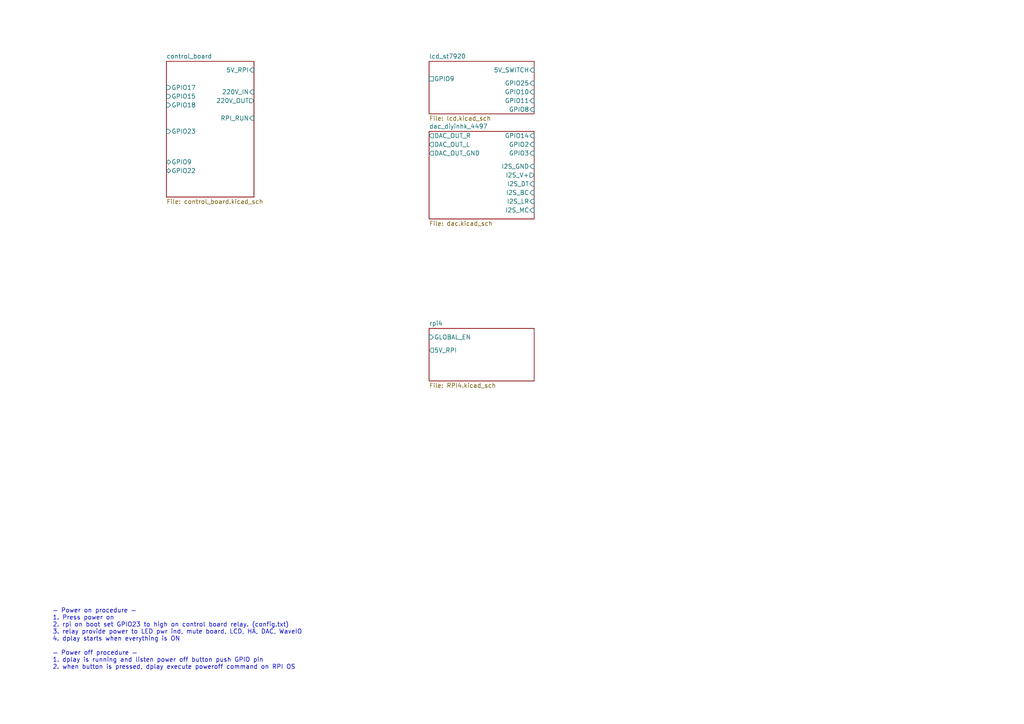
<source format=kicad_sch>
(kicad_sch (version 20230121) (generator eeschema)
  (paper "A4")
  (lib_symbols)
  (text "— Power on procedure —\n1. Press power on\n2. rpi on boot set GPIO23 to high on control board relay. (config.txt)\n3. relay provide power to LED pwr ind, mute board, LCD, HA, DAC, WaveIO\n4. dplay starts when everything is ON\n\n— Power off procedure —\n1. dplay is running and listen power off button push GPIO pin \n2. when button is pressed, dplay execute poweroff command on RPI OS" (at 15.24 194.31 0) (effects (font (size 1.27 1.27)) (justify left bottom)))
  (sheet (at 48.26 17.78) (size 25.4 39.37)
    (property "Sheetname" "control_board" (at 48.26 17.0684 0) (effects (justify left bottom)))
    (property "Sheetfile" "control_board.kicad_sch" (at 48.26 57.7346 0) (effects (justify left top)))
    (pin "GPIO15" input (at 48.26 27.94 180))
    (pin "GPIO18" input (at 48.26 30.48 180))
    (pin "GPIO17" input (at 48.26 25.4 180))
    (pin "GPIO23" input (at 48.26 38.1 180))
    (pin "GPIO9" bidirectional (at 48.26 46.99 180))
    (pin "220V_IN" input (at 73.66 26.67 0))
    (pin "220V_OUT" output (at 73.66 29.21 0))
    (pin "5V_RPI" input (at 73.66 20.32 0))
    (pin "GPIO22" bidirectional (at 48.26 49.53 180))
    (pin "RPI_RUN" input (at 73.66 34.29 0))
  )
  (sheet (at 124.46 17.78) (size 30.48 15.24)
    (property "Sheetname" "lcd_st7920" (at 124.46 17.0684 0) (effects (justify left bottom)))
    (property "Sheetfile" "lcd.kicad_sch" (at 124.46 33.6046 0) (effects (justify left top)))
    (pin "5V_SWITCH" input (at 154.94 20.32 0))
    (pin "GPIO25" input (at 154.94 24.13 0))
    (pin "GPIO10" input (at 154.94 26.67 0))
    (pin "GPIO11" input (at 154.94 29.21 0))
    (pin "GPIO9" passive (at 124.46 22.86 180))
    (pin "GPIO8" input (at 154.94 31.75 0))
  )
  (sheet (at 124.46 95.25) (size 30.48 15.24)
    (property "Sheetname" "rpi4" (at 124.46 94.5384 0) (effects (justify left bottom)))
    (property "Sheetfile" "RPI4.kicad_sch" (at 124.46 111.0746 0) (effects (justify left top)))
    (pin "GLOBAL_EN" input (at 124.46 97.79 180))
    (pin "5V_RPI" output (at 124.46 101.6 180))
  )
  (sheet (at 124.46 38.1) (size 30.48 25.4)
    (property "Sheetname" "dac_diyinhk_4497" (at 124.46 37.3884 0) (effects (justify left bottom)))
    (property "Sheetfile" "dac.kicad_sch" (at 124.46 64.0846 0) (effects (justify left top)))
    (pin "I2S_MC" input (at 154.94 60.96 0))
    (pin "I2S_LR" input (at 154.94 58.42 0))
    (pin "I2S_BC" input (at 154.94 55.88 0))
    (pin "I2S_DT" input (at 154.94 53.34 0))
    (pin "I2S_V+" output (at 154.94 50.8 0))
    (pin "I2S_GND" input (at 154.94 48.26 0))
    (pin "GPIO3" input (at 154.94 44.45 0))
    (pin "GPIO2" input (at 154.94 41.91 0))
    (pin "GPIO14" input (at 154.94 39.37 0))
    (pin "DAC_OUT_R" output (at 124.46 39.37 180))
    (pin "DAC_OUT_GND" output (at 124.46 44.45 180))
    (pin "DAC_OUT_L" output (at 124.46 41.91 180))
  )
)
</source>
